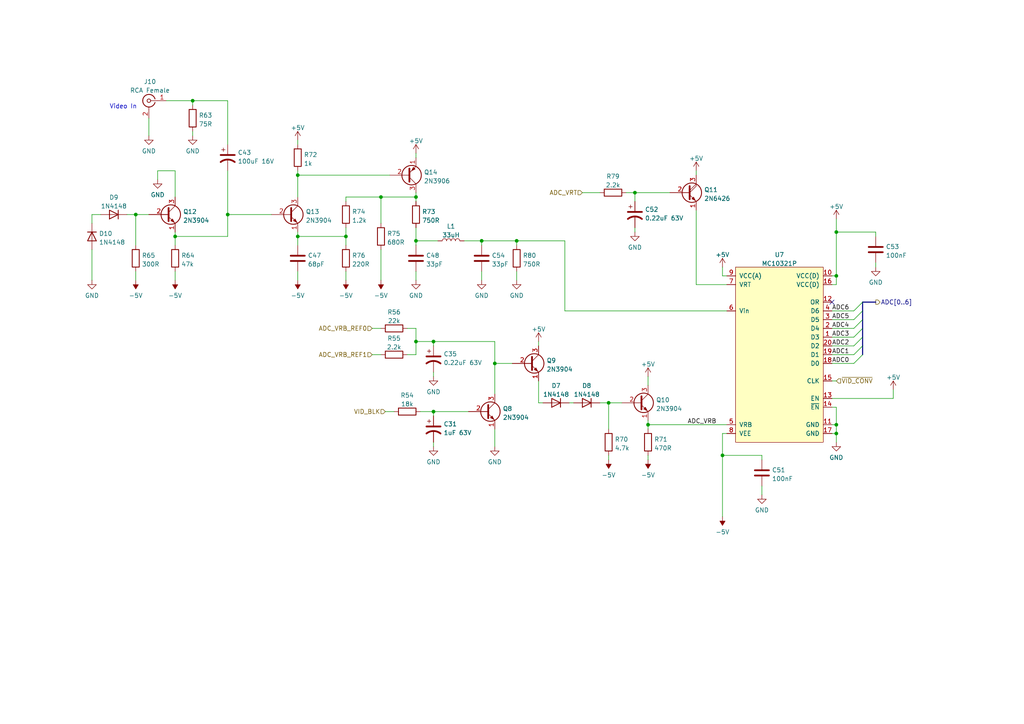
<source format=kicad_sch>
(kicad_sch (version 20211123) (generator eeschema)
  (paper "A4")
  (title_block (title "Video Input") (date "2023-07-19") (rev "4"))
  (lib_symbols
    (symbol "Connector:Conn_Coaxial" (pin_names (offset 1.016) hide) (on_board no)
      (property "Reference" "J" (at 0.254 3.048 0))
      (property "Value" "Conn_Coaxial" (at 2.921 0 90))
      (symbol "Conn_Coaxial_0_1"
        (arc (start -1.778 -0.508) (mid 0.2311 -1.8066) (end 1.778 0) (stroke (width 0.254)))
        (polyline (pts (xy -2.54 0) (xy -0.508 0)))
        (polyline (pts (xy 0 -2.54) (xy 0 -1.778)))
        (circle (center 0 0) (radius 0.508) (stroke (width 0.2032)))
        (arc (start 1.778 0) (mid 0.2099 1.8101) (end -1.778 0.508) (stroke (width 0.254)))
      )
      (symbol "Conn_Coaxial_1_1"
        (pin passive line (at -5.08 0 0) (length 2.54) (name "In") (number "1"))
        (pin passive line (at 0 -5.08 90) (length 2.54) (name "Ext") (number "2"))
      )
    )
    (symbol "Device:C" (pin_numbers hide) (pin_names (offset 0.254)) (on_board no)
      (property "Reference" "C" (at 0.635 2.54 0))
      (property "Value" "C" (at 0.635 -2.54 0))
      (symbol "C_0_1"
        (polyline (pts (xy -2.032 -0.762) (xy 2.032 -0.762)) (stroke (width 0.508)))
        (polyline (pts (xy -2.032 0.762) (xy 2.032 0.762)) (stroke (width 0.508)))
      )
      (symbol "C_1_1"
        (pin passive line (at 0 3.81 270) (length 2.794) (name "~") (number "1"))
        (pin passive line (at 0 -3.81 90) (length 2.794) (name "~") (number "2"))
      )
    )
    (symbol "Device:C_Polarized_US" (pin_numbers hide) (pin_names (offset 0.254) hide) (on_board no)
      (property "Reference" "C" (at 0.635 2.54 0))
      (property "Value" "C_Polarized_US" (at 0.635 -2.54 0))
      (symbol "C_Polarized_US_0_1"
        (polyline (pts (xy -2.032 0.762) (xy 2.032 0.762)) (stroke (width 0.508)))
        (polyline (pts (xy -1.778 2.286) (xy -0.762 2.286)))
        (polyline (pts (xy -1.27 1.778) (xy -1.27 2.794)))
        (arc (start 2.032 -1.27) (mid 0 -0.5572) (end -2.032 -1.27) (stroke (width 0.508)))
      )
      (symbol "C_Polarized_US_1_1"
        (pin passive line (at 0 3.81 270) (length 2.794) (name "~") (number "1"))
        (pin passive line (at 0 -3.81 90) (length 3.302) (name "~") (number "2"))
      )
    )
    (symbol "Device:D" (pin_numbers hide) (pin_names (offset 1.016) hide) (on_board no)
      (property "Reference" "D" (at 0 2.54 0))
      (property "Value" "D" (at 0 -2.54 0))
      (symbol "D_0_1"
        (polyline (pts (xy -1.27 1.27) (xy -1.27 -1.27)) (stroke (width 0.254)))
        (polyline (pts (xy 1.27 0) (xy -1.27 0)))
        (polyline (pts (xy 1.27 1.27) (xy 1.27 -1.27) (xy -1.27 0) (xy 1.27 1.27)) (stroke (width 0.254)))
      )
      (symbol "D_1_1"
        (pin passive line (at -3.81 0 0) (length 2.54) (name "K") (number "1"))
        (pin passive line (at 3.81 0 180) (length 2.54) (name "A") (number "2"))
      )
    )
    (symbol "Device:L" (pin_numbers hide) (pin_names (offset 1.016) hide) (on_board no)
      (property "Reference" "L" (at -1.27 0 90))
      (property "Value" "L" (at 1.905 0 90))
      (symbol "L_0_1"
        (arc (start 0 -2.54) (mid 0.635 -1.905) (end 0 -1.27))
        (arc (start 0 -1.27) (mid 0.635 -0.635) (end 0 0))
        (arc (start 0 0) (mid 0.635 0.635) (end 0 1.27))
        (arc (start 0 1.27) (mid 0.635 1.905) (end 0 2.54))
      )
      (symbol "L_1_1"
        (pin passive line (at 0 3.81 270) (length 1.27) (name "1") (number "1"))
        (pin passive line (at 0 -3.81 90) (length 1.27) (name "2") (number "2"))
      )
    )
    (symbol "Device:Q_NPN_Darlington_EBC" (pin_names (offset 0) hide) (on_board no)
      (property "Reference" "Q" (at 4.572 1.27 0))
      (property "Value" "Q_NPN_Darlington_EBC" (at 4.572 -1.27 0))
      (symbol "Q_NPN_Darlington_EBC_0_1"
        (polyline (pts (xy 0.635 0.635) (xy 2.54 2.54)))
        (polyline (pts (xy 0.635 -0.635) (xy 2.54 -2.54) (xy 2.54 -2.54)))
        (polyline (pts (xy 0.635 0) (xy 2.54 1.905) (xy 2.54 2.54)))
        (polyline (pts (xy 0.635 1.905) (xy 0.635 -1.905) (xy 0.635 -1.905)) (stroke (width 0.508)))
        (polyline (pts (xy 1.27 -1.778) (xy 1.778 -1.27) (xy 2.286 -2.286) (xy 1.27 -1.778) (xy 1.27 -1.778)) (fill (type outline)))
        (circle (center 1.27 0) (radius 2.8194) (stroke (width 0.254)))
      )
      (symbol "Q_NPN_Darlington_EBC_1_1"
        (pin passive line (at 2.54 -5.08 90) (length 2.54) (name "E") (number "1"))
        (pin passive line (at -5.08 0 0) (length 5.715) (name "B") (number "2"))
        (pin passive line (at 2.54 5.08 270) (length 2.54) (name "C") (number "3"))
      )
    )
    (symbol "Device:R" (pin_numbers hide) (pin_names (offset 0)) (on_board no)
      (property "Reference" "R" (at 2.032 0 90))
      (property "Value" "R" (at 0 0 90))
      (symbol "R_0_1"
        (rectangle (start -1.016 -2.54) (end 1.016 2.54) (stroke (width 0.254)))
      )
      (symbol "R_1_1"
        (pin passive line (at 0 3.81 270) (length 1.27) (name "~") (number "1"))
        (pin passive line (at 0 -3.81 90) (length 1.27) (name "~") (number "2"))
      )
    )
    (symbol "Transistor_BJT:2N3904" (pin_names (offset 0) hide) (on_board no)
      (property "Reference" "Q" (at 5.08 1.905 0))
      (property "Value" "2N3904" (at 5.08 0 0))
      (symbol "2N3904_0_1"
        (polyline (pts (xy 0.635 0.635) (xy 2.54 2.54)))
        (polyline (pts (xy 0.635 -0.635) (xy 2.54 -2.54) (xy 2.54 -2.54)))
        (polyline (pts (xy 0.635 1.905) (xy 0.635 -1.905) (xy 0.635 -1.905)) (stroke (width 0.508)))
        (polyline (pts (xy 1.27 -1.778) (xy 1.778 -1.27) (xy 2.286 -2.286) (xy 1.27 -1.778) (xy 1.27 -1.778)) (fill (type outline)))
        (circle (center 1.27 0) (radius 2.8194) (stroke (width 0.254)))
      )
      (symbol "2N3904_1_1"
        (pin passive line (at 2.54 -5.08 90) (length 2.54) (name "E") (number "1"))
        (pin passive line (at -5.08 0 0) (length 5.715) (name "B") (number "2"))
        (pin passive line (at 2.54 5.08 270) (length 2.54) (name "C") (number "3"))
      )
    )
    (symbol "Transistor_BJT:2N3906" (pin_names (offset 0) hide) (on_board no)
      (property "Reference" "Q" (at 5.08 1.905 0))
      (property "Value" "2N3906" (at 5.08 0 0))
      (symbol "2N3906_0_1"
        (polyline (pts (xy 0.635 0.635) (xy 2.54 2.54)))
        (polyline (pts (xy 0.635 -0.635) (xy 2.54 -2.54) (xy 2.54 -2.54)))
        (polyline (pts (xy 0.635 1.905) (xy 0.635 -1.905) (xy 0.635 -1.905)) (stroke (width 0.508)))
        (polyline (pts (xy 2.286 -1.778) (xy 1.778 -2.286) (xy 1.27 -1.27) (xy 2.286 -1.778) (xy 2.286 -1.778)) (fill (type outline)))
        (circle (center 1.27 0) (radius 2.8194) (stroke (width 0.254)))
      )
      (symbol "2N3906_1_1"
        (pin passive line (at 2.54 -5.08 90) (length 2.54) (name "E") (number "1"))
        (pin input line (at -5.08 0 0) (length 5.715) (name "B") (number "2"))
        (pin passive line (at 2.54 5.08 270) (length 2.54) (name "C") (number "3"))
      )
    )
    (symbol "Videonics Proceessor Plus:MC10321P" (pin_names (offset 1.016)) (on_board no)
      (property "Reference" "U" (at -12.7 25.4 0))
      (property "Value" "MC10321P" (at -12.7 -27.94 0))
      (symbol "MC10321P_0_1"
        (rectangle (start -12.7 25.4) (end 12.7 -25.4) (fill (type background)))
      )
      (symbol "MC10321P_1_1"
        (pin tri_state line (at 15.24 5.08 180) (length 2.54) (name "D3") (number "1"))
        (pin power_in line (at 15.24 22.86 180) (length 2.54) (name "VCC(D)") (number "10"))
        (pin power_in line (at 15.24 -20.32 180) (length 2.54) (name "GND") (number "11"))
        (pin output line (at 15.24 15.24 180) (length 2.54) (name "OR") (number "12"))
        (pin input line (at 15.24 -12.7 180) (length 2.54) (name "EN") (number "13"))
        (pin input line (at 15.24 -15.24 180) (length 2.54) (name "~{EN}") (number "14"))
        (pin input line (at 15.24 -7.62 180) (length 2.54) (name "CLK") (number "15"))
        (pin power_in line (at 15.24 20.32 180) (length 2.54) (name "VCC(D)") (number "16"))
        (pin power_in line (at 15.24 -22.86 180) (length 2.54) (name "GND") (number "17"))
        (pin tri_state line (at 15.24 -2.54 180) (length 2.54) (name "D0") (number "18"))
        (pin tri_state line (at 15.24 0 180) (length 2.54) (name "D1") (number "19"))
        (pin tri_state line (at 15.24 7.62 180) (length 2.54) (name "D4") (number "2"))
        (pin tri_state line (at 15.24 2.54 180) (length 2.54) (name "D2") (number "20"))
        (pin tri_state line (at 15.24 10.16 180) (length 2.54) (name "D5") (number "3"))
        (pin tri_state line (at 15.24 12.7 180) (length 2.54) (name "D6") (number "4"))
        (pin passive line (at -15.24 -20.32 0) (length 2.54) (name "VRB") (number "5"))
        (pin input line (at -15.24 12.7 0) (length 2.54) (name "Vin") (number "6"))
        (pin passive line (at -15.24 20.32 0) (length 2.54) (name "VRT") (number "7"))
        (pin power_in line (at -15.24 -22.86 0) (length 2.54) (name "VEE") (number "8"))
        (pin power_in line (at -15.24 22.86 0) (length 2.54) (name "VCC(A)") (number "9"))
      )
    )
    (symbol "power:+5V" (power) (pin_names (offset 0)) (on_board no)
      (property "Value" "+5V" (at 0 3.556 0))
      (symbol "+5V_0_1"
        (polyline (pts (xy -0.762 1.27) (xy 0 2.54)))
        (polyline (pts (xy 0 0) (xy 0 2.54)))
        (polyline (pts (xy 0 2.54) (xy 0.762 1.27)))
      )
      (symbol "+5V_1_1"
        (pin power_in line (at 0 0 90) (length 0) hide (name "+5V") (number "1"))
      )
    )
    (symbol "power:-5V" (power) (pin_names (offset 0)) (on_board no)
      (property "Value" "-5V" (at 0 3.81 0))
      (symbol "-5V_0_0"
        (pin power_in line (at 0 0 90) (length 0) hide (name "-5V") (number "1"))
      )
      (symbol "-5V_0_1"
        (polyline (pts (xy 0 0) (xy 0 1.27) (xy 0.762 1.27) (xy 0 2.54) (xy -0.762 1.27) (xy 0 1.27)) (fill (type outline)))
      )
    )
    (symbol "power:GND" (power) (pin_names (offset 0)) (on_board no)
      (property "Value" "GND" (at 0 -3.81 0))
      (symbol "GND_0_1"
        (polyline (pts (xy 0 0) (xy 0 -1.27) (xy 1.27 -1.27) (xy 0 -2.54) (xy -1.27 -1.27) (xy 0 -1.27)))
      )
      (symbol "GND_1_1"
        (pin power_in line (at 0 0 270) (length 0) hide (name "GND") (number "1"))
      )
    )
  )
  (junction (at 149.86 69.85))
  (junction (at 66.04 62.23))
  (junction (at 139.7 69.85))
  (junction (at 209.55 132.08))
  (junction (at 143.51 105.41))
  (junction (at 125.73 119.38))
  (junction (at 184.15 55.88))
  (junction (at 39.37 62.23))
  (junction (at 120.65 57.15))
  (junction (at 110.49 57.15))
  (junction (at 242.57 125.73))
  (junction (at 125.73 99.06))
  (junction (at 50.8 68.58))
  (junction (at 120.65 99.06))
  (junction (at 86.36 68.58))
  (junction (at 100.33 68.58))
  (junction (at 176.53 116.84))
  (junction (at 242.57 80.01))
  (junction (at 120.65 69.85))
  (junction (at 242.57 67.31))
  (junction (at 242.57 123.19))
  (junction (at 86.36 50.8))
  (junction (at 55.88 29.21))
  (junction (at 187.96 123.19))
  (no_connect (at 241.3 87.63))
  (bus_entry (at 250.19 102.87) (size -2.54 2.54))
  (bus_entry (at 250.19 87.63) (size -2.54 2.54))
  (bus_entry (at 250.19 97.79) (size -2.54 2.54))
  (bus_entry (at 250.19 100.33) (size -2.54 2.54))
  (bus_entry (at 250.19 92.71) (size -2.54 2.54))
  (bus_entry (at 250.19 95.25) (size -2.54 2.54))
  (bus_entry (at 250.19 90.17) (size -2.54 2.54))
  (wire (pts (xy 242.57 125.73) (xy 242.57 128.27)))
  (wire (pts (xy 110.49 72.39) (xy 110.49 81.28)))
  (wire (pts (xy 242.57 125.73) (xy 241.3 125.73)))
  (wire (pts (xy 100.33 66.04) (xy 100.33 68.58)))
  (wire (pts (xy 254 67.31) (xy 242.57 67.31)))
  (wire (pts (xy 125.73 99.06) (xy 120.65 99.06)))
  (wire (pts (xy 39.37 78.74) (xy 39.37 81.28)))
  (wire (pts (xy 86.36 40.64) (xy 86.36 41.91)))
  (wire (pts (xy 241.3 110.49) (xy 242.57 110.49)))
  (bus (pts (xy 250.19 97.79) (xy 250.19 95.25)))
  (bus (pts (xy 250.19 92.71) (xy 250.19 90.17)))
  (wire (pts (xy 143.51 105.41) (xy 143.51 99.06)))
  (wire (pts (xy 125.73 107.95) (xy 125.73 109.22)))
  (wire (pts (xy 143.51 124.46) (xy 143.51 129.54)))
  (wire (pts (xy 26.67 62.23) (xy 26.67 64.77)))
  (bus (pts (xy 250.19 87.63) (xy 254 87.63)))
  (wire (pts (xy 100.33 68.58) (xy 100.33 71.12)))
  (wire (pts (xy 100.33 57.15) (xy 100.33 58.42)))
  (wire (pts (xy 176.53 116.84) (xy 176.53 124.46)))
  (wire (pts (xy 163.83 90.17) (xy 163.83 69.85)))
  (wire (pts (xy 242.57 123.19) (xy 242.57 125.73)))
  (wire (pts (xy 120.65 57.15) (xy 120.65 58.42)))
  (wire (pts (xy 50.8 57.15) (xy 50.8 49.53)))
  (bus (pts (xy 250.19 100.33) (xy 250.19 97.79)))
  (wire (pts (xy 241.3 100.33) (xy 247.65 100.33)))
  (wire (pts (xy 210.82 82.55) (xy 201.93 82.55)))
  (wire (pts (xy 78.74 62.23) (xy 66.04 62.23)))
  (wire (pts (xy 86.36 57.15) (xy 86.36 50.8)))
  (wire (pts (xy 242.57 118.11) (xy 242.57 123.19)))
  (wire (pts (xy 220.98 132.08) (xy 209.55 132.08)))
  (wire (pts (xy 241.3 82.55) (xy 242.57 82.55)))
  (wire (pts (xy 187.96 123.19) (xy 187.96 124.46)))
  (wire (pts (xy 241.3 97.79) (xy 247.65 97.79)))
  (wire (pts (xy 120.65 102.87) (xy 118.11 102.87)))
  (wire (pts (xy 120.65 99.06) (xy 120.65 102.87)))
  (wire (pts (xy 55.88 29.21) (xy 55.88 30.48)))
  (wire (pts (xy 241.3 123.19) (xy 242.57 123.19)))
  (bus (pts (xy 250.19 95.25) (xy 250.19 92.71)))
  (wire (pts (xy 107.95 102.87) (xy 110.49 102.87)))
  (wire (pts (xy 176.53 116.84) (xy 180.34 116.84)))
  (wire (pts (xy 55.88 38.1) (xy 55.88 39.37)))
  (wire (pts (xy 173.99 116.84) (xy 176.53 116.84)))
  (wire (pts (xy 121.92 119.38) (xy 125.73 119.38)))
  (wire (pts (xy 201.93 49.53) (xy 201.93 50.8)))
  (wire (pts (xy 241.3 118.11) (xy 242.57 118.11)))
  (wire (pts (xy 254 68.58) (xy 254 67.31)))
  (wire (pts (xy 254 76.2) (xy 254 77.47)))
  (wire (pts (xy 242.57 67.31) (xy 242.57 80.01)))
  (wire (pts (xy 210.82 125.73) (xy 209.55 125.73)))
  (wire (pts (xy 120.65 44.45) (xy 120.65 45.72)))
  (wire (pts (xy 241.3 102.87) (xy 247.65 102.87)))
  (wire (pts (xy 241.3 115.57) (xy 259.08 115.57)))
  (wire (pts (xy 149.86 78.74) (xy 149.86 81.28)))
  (wire (pts (xy 48.26 29.21) (xy 55.88 29.21)))
  (wire (pts (xy 184.15 55.88) (xy 194.31 55.88)))
  (wire (pts (xy 176.53 132.08) (xy 176.53 133.35)))
  (wire (pts (xy 39.37 62.23) (xy 43.18 62.23)))
  (wire (pts (xy 139.7 69.85) (xy 149.86 69.85)))
  (wire (pts (xy 111.76 119.38) (xy 114.3 119.38)))
  (wire (pts (xy 86.36 68.58) (xy 100.33 68.58)))
  (wire (pts (xy 209.55 125.73) (xy 209.55 132.08)))
  (wire (pts (xy 86.36 68.58) (xy 86.36 71.12)))
  (wire (pts (xy 187.96 123.19) (xy 210.82 123.19)))
  (wire (pts (xy 241.3 95.25) (xy 247.65 95.25)))
  (wire (pts (xy 86.36 49.53) (xy 86.36 50.8)))
  (wire (pts (xy 139.7 78.74) (xy 139.7 81.28)))
  (wire (pts (xy 120.65 69.85) (xy 120.65 71.12)))
  (wire (pts (xy 29.21 62.23) (xy 26.67 62.23)))
  (wire (pts (xy 120.65 69.85) (xy 127 69.85)))
  (wire (pts (xy 50.8 49.53) (xy 45.72 49.53)))
  (wire (pts (xy 43.18 34.29) (xy 43.18 39.37)))
  (wire (pts (xy 125.73 119.38) (xy 135.89 119.38)))
  (wire (pts (xy 201.93 60.96) (xy 201.93 82.55)))
  (wire (pts (xy 107.95 95.25) (xy 110.49 95.25)))
  (wire (pts (xy 50.8 67.31) (xy 50.8 68.58)))
  (wire (pts (xy 241.3 105.41) (xy 247.65 105.41)))
  (wire (pts (xy 66.04 41.91) (xy 66.04 29.21)))
  (wire (pts (xy 86.36 78.74) (xy 86.36 81.28)))
  (wire (pts (xy 66.04 68.58) (xy 66.04 62.23)))
  (wire (pts (xy 120.65 66.04) (xy 120.65 69.85)))
  (wire (pts (xy 187.96 132.08) (xy 187.96 133.35)))
  (wire (pts (xy 125.73 128.27) (xy 125.73 129.54)))
  (wire (pts (xy 241.3 90.17) (xy 247.65 90.17)))
  (wire (pts (xy 125.73 100.33) (xy 125.73 99.06)))
  (wire (pts (xy 120.65 55.88) (xy 120.65 57.15)))
  (wire (pts (xy 86.36 67.31) (xy 86.36 68.58)))
  (wire (pts (xy 242.57 80.01) (xy 241.3 80.01)))
  (wire (pts (xy 187.96 109.22) (xy 187.96 111.76)))
  (wire (pts (xy 210.82 90.17) (xy 163.83 90.17)))
  (wire (pts (xy 220.98 140.97) (xy 220.98 143.51)))
  (wire (pts (xy 110.49 64.77) (xy 110.49 57.15)))
  (wire (pts (xy 220.98 133.35) (xy 220.98 132.08)))
  (wire (pts (xy 50.8 68.58) (xy 50.8 71.12)))
  (wire (pts (xy 118.11 95.25) (xy 120.65 95.25)))
  (bus (pts (xy 250.19 102.87) (xy 250.19 100.33)))
  (wire (pts (xy 50.8 68.58) (xy 66.04 68.58)))
  (wire (pts (xy 187.96 121.92) (xy 187.96 123.19)))
  (wire (pts (xy 209.55 132.08) (xy 209.55 149.86)))
  (bus (pts (xy 250.19 90.17) (xy 250.19 87.63)))
  (wire (pts (xy 149.86 69.85) (xy 149.86 71.12)))
  (wire (pts (xy 110.49 57.15) (xy 100.33 57.15)))
  (wire (pts (xy 45.72 49.53) (xy 45.72 52.07)))
  (wire (pts (xy 36.83 62.23) (xy 39.37 62.23)))
  (wire (pts (xy 120.65 95.25) (xy 120.65 99.06)))
  (wire (pts (xy 139.7 69.85) (xy 139.7 71.12)))
  (wire (pts (xy 184.15 55.88) (xy 184.15 58.42)))
  (wire (pts (xy 156.21 99.06) (xy 156.21 100.33)))
  (wire (pts (xy 143.51 105.41) (xy 148.59 105.41)))
  (wire (pts (xy 184.15 66.04) (xy 184.15 67.31)))
  (wire (pts (xy 168.91 55.88) (xy 173.99 55.88)))
  (wire (pts (xy 143.51 105.41) (xy 143.51 114.3)))
  (wire (pts (xy 181.61 55.88) (xy 184.15 55.88)))
  (wire (pts (xy 86.36 50.8) (xy 113.03 50.8)))
  (wire (pts (xy 50.8 78.74) (xy 50.8 81.28)))
  (wire (pts (xy 156.21 116.84) (xy 157.48 116.84)))
  (wire (pts (xy 242.57 82.55) (xy 242.57 80.01)))
  (wire (pts (xy 241.3 92.71) (xy 247.65 92.71)))
  (wire (pts (xy 209.55 80.01) (xy 210.82 80.01)))
  (wire (pts (xy 134.62 69.85) (xy 139.7 69.85)))
  (wire (pts (xy 66.04 62.23) (xy 66.04 49.53)))
  (wire (pts (xy 55.88 29.21) (xy 66.04 29.21)))
  (wire (pts (xy 125.73 119.38) (xy 125.73 120.65)))
  (wire (pts (xy 165.1 116.84) (xy 166.37 116.84)))
  (wire (pts (xy 242.57 63.5) (xy 242.57 67.31)))
  (wire (pts (xy 120.65 78.74) (xy 120.65 81.28)))
  (wire (pts (xy 156.21 110.49) (xy 156.21 116.84)))
  (wire (pts (xy 209.55 77.47) (xy 209.55 80.01)))
  (wire (pts (xy 100.33 78.74) (xy 100.33 81.28)))
  (wire (pts (xy 110.49 57.15) (xy 120.65 57.15)))
  (wire (pts (xy 39.37 71.12) (xy 39.37 62.23)))
  (wire (pts (xy 26.67 72.39) (xy 26.67 81.28)))
  (wire (pts (xy 125.73 99.06) (xy 143.51 99.06)))
  (wire (pts (xy 149.86 69.85) (xy 163.83 69.85)))
  (wire (pts (xy 259.08 115.57) (xy 259.08 113.03)))
  (text "Video In" (at 31.75 31.75 0) (effects (font (size 1.27 1.27)) (justify left bottom)))
  (label "ADC3" (at 241.3 97.79 0))
  (label "ADC1" (at 241.3 102.87 0))
  (label "ADC4" (at 241.3 95.25 0))
  (label "ADC0" (at 241.3 105.41 0))
  (label "ADC6" (at 241.3 90.17 0))
  (label "ADC_VRB" (at 199.39 123.19 0))
  (label "ADC5" (at 241.3 92.71 0))
  (label "ADC2" (at 241.3 100.33 0))
  (hierarchical_label "ADC_VRB_REF0" (shape input) (at 107.95 95.25 180))
  (hierarchical_label "ADC[0..6]" (shape output) (at 254 87.63 0))
  (hierarchical_label "ADC_VRT" (shape input) (at 168.91 55.88 180))
  (hierarchical_label "ADC_VRB_REF1" (shape input) (at 107.95 102.87 180))
  (hierarchical_label "~{VID_CONV}" (shape input) (at 242.57 110.49 0))
  (hierarchical_label "VID_BLK" (shape input) (at 111.76 119.38 180))
  (symbol (lib_id "power:+5V") (at 201.93 49.53 0) (unit 1) (on_board no)
    (property "Reference" "#PWR0215" (effects hide))
    (property "Value" "+5V" (at 201.93 45.9542 0))
  )
  (symbol (lib_id "power:GND") (at 26.67 81.28 0) (unit 1) (on_board no)
    (property "Reference" "#PWR0219" (effects hide))
    (property "Value" "GND" (at 26.67 85.7234 0))
  )
  (symbol (lib_id "power:-5V") (at 100.33 81.28 0) (mirror x) (unit 1) (on_board no)
    (property "Reference" "#PWR0201" (effects hide))
    (property "Value" "-5V" (at 100.33 85.7234 0))
  )
  (symbol (lib_id "power:+5V") (at 86.36 40.64 0) (unit 1) (on_board no)
    (property "Reference" "#PWR0211" (effects hide))
    (property "Value" "+5V" (at 86.36 37.0642 0))
  )
  (symbol (lib_id "Transistor_BJT:2N3904") (at 185.42 116.84 0) (unit 1) (on_board no)
    (property "Reference" "Q10" (at 190.2714 116.0053 0) (effects (justify left)))
    (property "Value" "2N3904" (at 190.2714 118.5422 0) (effects (justify left)))
    (property "Footprint" "Package_TO_SOT_THT:TO-92_Inline" (effects hide))
    (property "Datasheet" "https://www.onsemi.com/pub/Collateral/2N3903-D.PDF" (effects hide))
  )
  (symbol (lib_id "power:GND") (at 45.72 52.07 0) (unit 1) (on_board no)
    (property "Reference" "#PWR0209" (effects hide))
    (property "Value" "GND" (at 45.72 56.5134 0))
  )
  (symbol (lib_id "power:-5V") (at 209.55 149.86 180) (unit 1) (on_board no)
    (property "Reference" "#PWR0205" (effects hide))
    (property "Value" "-5V" (at 209.55 154.3034 0))
  )
  (symbol (lib_id "power:+5V") (at 209.55 77.47 0) (unit 1) (on_board no)
    (property "Reference" "#PWR0214" (effects hide))
    (property "Value" "+5V" (at 209.55 73.8942 0))
  )
  (symbol (lib_id "Device:R") (at 39.37 74.93 0) (unit 1) (on_board no)
    (property "Reference" "R65" (at 41.148 74.0953 0) (effects (justify left)))
    (property "Value" "300R" (at 41.148 76.6322 0) (effects (justify left)))
  )
  (symbol (lib_id "Device:C") (at 254 72.39 0) (unit 1) (on_board no)
    (property "Reference" "C53" (at 256.921 71.5553 0) (effects (justify left)))
    (property "Value" "100nF" (at 256.921 74.0922 0) (effects (justify left)))
  )
  (symbol (lib_id "power:-5V") (at 50.8 81.28 180) (unit 1) (on_board no)
    (property "Reference" "#PWR0220" (effects hide))
    (property "Value" "-5V" (at 50.8 85.7234 0))
  )
  (symbol (lib_id "Transistor_BJT:2N3904") (at 83.82 62.23 0) (unit 1) (on_board no)
    (property "Reference" "Q13" (at 88.6714 61.3953 0) (effects (justify left)))
    (property "Value" "2N3904" (at 88.6714 63.9322 0) (effects (justify left)))
    (property "Footprint" "Package_TO_SOT_THT:TO-92_Inline" (effects hide))
    (property "Datasheet" "https://www.onsemi.com/pub/Collateral/2N3903-D.PDF" (effects hide))
  )
  (symbol (lib_id "Device:D") (at 33.02 62.23 180) (unit 1) (on_board no)
    (property "Reference" "D9" (at 33.02 57.2602 0))
    (property "Value" "1N4148" (at 33.02 59.7971 0))
  )
  (symbol (lib_id "Device:D") (at 161.29 116.84 180) (unit 1) (on_board no)
    (property "Reference" "D7" (at 161.29 111.8702 0))
    (property "Value" "1N4148" (at 161.29 114.4071 0))
  )
  (symbol (lib_id "power:GND") (at 43.18 39.37 0) (unit 1) (on_board no)
    (property "Reference" "#PWR0218" (effects hide))
    (property "Value" "GND" (at 43.18 43.8134 0))
  )
  (symbol (lib_id "power:GND") (at 125.73 129.54 0) (unit 1) (on_board no)
    (property "Reference" "#PWR0216" (effects hide))
    (property "Value" "GND" (at 125.73 133.9834 0))
  )
  (symbol (lib_id "power:GND") (at 55.88 39.37 0) (unit 1) (on_board no)
    (property "Reference" "#PWR0210" (effects hide))
    (property "Value" "GND" (at 55.88 43.8134 0))
  )
  (symbol (lib_id "Device:R") (at 120.65 62.23 0) (unit 1) (on_board no)
    (property "Reference" "R73" (at 122.428 61.3953 0) (effects (justify left)))
    (property "Value" "750R" (at 122.428 63.9322 0) (effects (justify left)))
  )
  (symbol (lib_id "Device:C_Polarized_US") (at 184.15 62.23 0) (unit 1) (on_board no)
    (property "Reference" "C52" (at 187.071 60.7603 0) (effects (justify left)))
    (property "Value" "0.22uF 63V" (at 187.071 63.2972 0) (effects (justify left)))
  )
  (symbol (lib_id "Device:R") (at 118.11 119.38 270) (unit 1) (on_board no)
    (property "Reference" "R54" (at 118.11 114.6642 90))
    (property "Value" "18k" (at 118.11 117.2011 90))
  )
  (symbol (lib_id "Device:C_Polarized_US") (at 125.73 104.14 0) (unit 1) (on_board no)
    (property "Reference" "C35" (at 128.651 102.6703 0) (effects (justify left)))
    (property "Value" "0.22uF 63V" (at 128.651 105.2072 0) (effects (justify left)))
  )
  (symbol (lib_id "power:-5V") (at 187.96 133.35 180) (unit 1) (on_board no)
    (property "Reference" "#PWR0194" (effects hide))
    (property "Value" "-5V" (at 187.96 137.7934 0))
  )
  (symbol (lib_id "Device:C") (at 120.65 74.93 0) (unit 1) (on_board no)
    (property "Reference" "C48" (at 123.571 74.0953 0) (effects (justify left)))
    (property "Value" "33pF" (at 123.571 76.6322 0) (effects (justify left)))
  )
  (symbol (lib_id "Device:D") (at 26.67 68.58 270) (unit 1) (on_board no)
    (property "Reference" "D10" (at 28.702 67.7453 90) (effects (justify left)))
    (property "Value" "1N4148" (at 28.702 70.2822 90) (effects (justify left)))
  )
  (symbol (lib_id "Transistor_BJT:2N3906") (at 118.11 50.8 0) (mirror x) (unit 1) (on_board no)
    (property "Reference" "Q14" (at 122.9614 49.9653 0) (effects (justify left)))
    (property "Value" "2N3906" (at 122.9614 52.5022 0) (effects (justify left)))
    (property "Footprint" "Package_TO_SOT_THT:TO-92_Inline" (effects hide))
    (property "Datasheet" "https://www.onsemi.com/pub/Collateral/2N3906-D.PDF" (effects hide))
  )
  (symbol (lib_id "power:GND") (at 184.15 67.31 0) (unit 1) (on_board no)
    (property "Reference" "#PWR0196" (effects hide))
    (property "Value" "GND" (at 184.15 71.7534 0))
  )
  (symbol (lib_id "power:+5V") (at 156.21 99.06 0) (unit 1) (on_board no)
    (property "Reference" "#PWR0198" (effects hide))
    (property "Value" "+5V" (at 156.21 95.4842 0))
  )
  (symbol (lib_id "Connector:Conn_Coaxial") (at 43.18 29.21 0) (mirror y) (unit 1) (on_board no)
    (property "Reference" "J10" (at 43.4974 23.6836 0))
    (property "Value" "RCA Female" (at 43.4974 26.2205 0))
    (property "Datasheet" " ~" (effects hide))
  )
  (symbol (lib_id "Device:C") (at 86.36 74.93 0) (unit 1) (on_board no)
    (property "Reference" "C47" (at 89.281 74.0953 0) (effects (justify left)))
    (property "Value" "68pF" (at 89.281 76.6322 0) (effects (justify left)))
  )
  (symbol (lib_id "Device:R") (at 114.3 95.25 90) (unit 1) (on_board no)
    (property "Reference" "R56" (at 114.3 90.5342 90))
    (property "Value" "22k" (at 114.3 93.0711 90))
  )
  (symbol (lib_id "Device:R") (at 100.33 74.93 0) (unit 1) (on_board no)
    (property "Reference" "R76" (at 102.108 74.0953 0) (effects (justify left)))
    (property "Value" "220R" (at 102.108 76.6322 0) (effects (justify left)))
  )
  (symbol (lib_id "Device:R") (at 86.36 45.72 0) (unit 1) (on_board no)
    (property "Reference" "R72" (at 88.138 44.8853 0) (effects (justify left)))
    (property "Value" "1k" (at 88.138 47.4222 0) (effects (justify left)))
  )
  (symbol (lib_id "Device:C") (at 220.98 137.16 0) (unit 1) (on_board no)
    (property "Reference" "C51" (at 223.901 136.3253 0) (effects (justify left)))
    (property "Value" "100nF" (at 223.901 138.8622 0) (effects (justify left)))
  )
  (symbol (lib_id "power:GND") (at 254 77.47 0) (unit 1) (on_board no)
    (property "Reference" "#PWR0212" (effects hide))
    (property "Value" "GND" (at 254 81.9134 0))
  )
  (symbol (lib_id "Transistor_BJT:2N3904") (at 48.26 62.23 0) (unit 1) (on_board no)
    (property "Reference" "Q12" (at 53.1114 61.3953 0) (effects (justify left)))
    (property "Value" "2N3904" (at 53.1114 63.9322 0) (effects (justify left)))
    (property "Footprint" "Package_TO_SOT_THT:TO-92_Inline" (effects hide))
    (property "Datasheet" "https://www.onsemi.com/pub/Collateral/2N3903-D.PDF" (effects hide))
  )
  (symbol (lib_id "power:GND") (at 120.65 81.28 0) (unit 1) (on_board no)
    (property "Reference" "#PWR0203" (effects hide))
    (property "Value" "GND" (at 120.65 85.7234 0))
  )
  (symbol (lib_id "Device:C_Polarized_US") (at 125.73 124.46 0) (unit 1) (on_board no)
    (property "Reference" "C31" (at 128.651 122.9903 0) (effects (justify left)))
    (property "Value" "1uF 63V" (at 128.651 125.5272 0) (effects (justify left)))
  )
  (symbol (lib_id "Device:R") (at 187.96 128.27 0) (unit 1) (on_board no)
    (property "Reference" "R71" (at 189.738 127.4353 0) (effects (justify left)))
    (property "Value" "470R" (at 189.738 129.9722 0) (effects (justify left)))
  )
  (symbol (lib_id "Transistor_BJT:2N3904") (at 153.67 105.41 0) (unit 1) (on_board no)
    (property "Reference" "Q9" (at 158.5214 104.5753 0) (effects (justify left)))
    (property "Value" "2N3904" (at 158.5214 107.1122 0) (effects (justify left)))
    (property "Footprint" "Package_TO_SOT_THT:TO-92_Inline" (effects hide))
    (property "Datasheet" "https://www.onsemi.com/pub/Collateral/2N3903-D.PDF" (effects hide))
  )
  (symbol (lib_id "Device:R") (at 55.88 34.29 0) (unit 1) (on_board no)
    (property "Reference" "R63" (at 57.658 33.4553 0) (effects (justify left)))
    (property "Value" "75R" (at 57.658 35.9922 0) (effects (justify left)))
  )
  (symbol (lib_id "power:-5V") (at 110.49 81.28 0) (mirror x) (unit 1) (on_board no)
    (property "Reference" "#PWR0204" (effects hide))
    (property "Value" "-5V" (at 110.49 85.7234 0))
  )
  (symbol (lib_id "Device:R") (at 100.33 62.23 180) (unit 1) (on_board no)
    (property "Reference" "R74" (at 102.108 61.3953 0) (effects (justify right)))
    (property "Value" "1.2k" (at 102.108 63.9322 0) (effects (justify right)))
  )
  (symbol (lib_id "Device:R") (at 114.3 102.87 90) (unit 1) (on_board no)
    (property "Reference" "R55" (at 114.3 98.1542 90))
    (property "Value" "2.2k" (at 114.3 100.6911 90))
  )
  (symbol (lib_id "power:GND") (at 139.7 81.28 0) (unit 1) (on_board no)
    (property "Reference" "#PWR0192" (effects hide))
    (property "Value" "GND" (at 139.7 85.7234 0))
  )
  (symbol (lib_id "power:GND") (at 220.98 143.51 0) (unit 1) (on_board no)
    (property "Reference" "#PWR0206" (effects hide))
    (property "Value" "GND" (at 220.98 147.9534 0))
  )
  (symbol (lib_id "power:-5V") (at 39.37 81.28 0) (mirror x) (unit 1) (on_board no)
    (property "Reference" "#PWR0221" (effects hide))
    (property "Value" "-5V" (at 39.37 85.7234 0))
  )
  (symbol (lib_id "power:+5V") (at 259.08 113.03 0) (unit 1) (on_board no)
    (property "Reference" "#PWR0207" (effects hide))
    (property "Value" "+5V" (at 259.08 109.4542 0))
  )
  (symbol (lib_id "power:+5V") (at 187.96 109.22 0) (unit 1) (on_board no)
    (property "Reference" "#PWR0199" (effects hide))
    (property "Value" "+5V" (at 187.96 105.6442 0))
  )
  (symbol (lib_id "power:+5V") (at 120.65 44.45 0) (unit 1) (on_board no)
    (property "Reference" "#PWR0200" (effects hide))
    (property "Value" "+5V" (at 120.65 40.8742 0))
  )
  (symbol (lib_id "Device:R") (at 149.86 74.93 0) (unit 1) (on_board no)
    (property "Reference" "R80" (at 151.638 74.0953 0) (effects (justify left)))
    (property "Value" "750R" (at 151.638 76.6322 0) (effects (justify left)))
  )
  (symbol (lib_id "power:GND") (at 143.51 129.54 0) (unit 1) (on_board no)
    (property "Reference" "#PWR0193" (effects hide))
    (property "Value" "GND" (at 143.51 133.9834 0))
  )
  (symbol (lib_id "Device:C_Polarized_US") (at 66.04 45.72 0) (unit 1) (on_board no)
    (property "Reference" "C43" (at 68.961 44.2503 0) (effects (justify left)))
    (property "Value" "100uF 16V" (at 68.961 46.7872 0) (effects (justify left)))
  )
  (symbol (lib_id "power:+5V") (at 242.57 63.5 0) (unit 1) (on_board no)
    (property "Reference" "#PWR0213" (effects hide))
    (property "Value" "+5V" (at 242.57 59.9242 0))
  )
  (symbol (lib_id "Device:Q_NPN_Darlington_EBC") (at 199.39 55.88 0) (unit 1) (on_board no)
    (property "Reference" "Q11" (at 204.2414 55.0453 0) (effects (justify left)))
    (property "Value" "2N6426" (at 204.2414 57.5822 0) (effects (justify left)))
  )
  (symbol (lib_id "Device:C") (at 139.7 74.93 0) (unit 1) (on_board no)
    (property "Reference" "C54" (at 142.621 74.0953 0) (effects (justify left)))
    (property "Value" "33pF" (at 142.621 76.6322 0) (effects (justify left)))
  )
  (symbol (lib_id "Device:D") (at 170.18 116.84 180) (unit 1) (on_board no)
    (property "Reference" "D8" (at 170.18 111.8702 0))
    (property "Value" "1N4148" (at 170.18 114.4071 0))
  )
  (symbol (lib_id "power:GND") (at 149.86 81.28 0) (unit 1) (on_board no)
    (property "Reference" "#PWR0197" (effects hide))
    (property "Value" "GND" (at 149.86 85.7234 0))
  )
  (symbol (lib_id "Device:R") (at 50.8 74.93 0) (unit 1) (on_board no)
    (property "Reference" "R64" (at 52.578 74.0953 0) (effects (justify left)))
    (property "Value" "47k" (at 52.578 76.6322 0) (effects (justify left)))
  )
  (symbol (lib_id "Device:R") (at 110.49 68.58 0) (unit 1) (on_board no)
    (property "Reference" "R75" (at 112.268 67.7453 0) (effects (justify left)))
    (property "Value" "680R" (at 112.268 70.2822 0) (effects (justify left)))
  )
  (symbol (lib_id "Device:L") (at 130.81 69.85 90) (unit 1) (on_board no)
    (property "Reference" "L1" (at 130.81 65.6422 90))
    (property "Value" "33uH" (at 130.81 68.1791 90))
  )
  (symbol (lib_id "Device:R") (at 176.53 128.27 0) (unit 1) (on_board no)
    (property "Reference" "R70" (at 178.308 127.4353 0) (effects (justify left)))
    (property "Value" "4.7k" (at 178.308 129.9722 0) (effects (justify left)))
  )
  (symbol (lib_id "Videonics Proceessor Plus:MC10321P") (at 226.06 102.87 0) (unit 1) (on_board no)
    (property "Reference" "U7" (at 226.06 73.8972 0))
    (property "Value" "MC10321P" (at 226.06 76.4341 0))
  )
  (symbol (lib_id "power:-5V") (at 176.53 133.35 180) (unit 1) (on_board no)
    (property "Reference" "#PWR0195" (effects hide))
    (property "Value" "-5V" (at 176.53 137.7934 0))
  )
  (symbol (lib_id "power:GND") (at 242.57 128.27 0) (unit 1) (on_board no)
    (property "Reference" "#PWR0208" (effects hide))
    (property "Value" "GND" (at 242.57 132.7134 0))
  )
  (symbol (lib_id "power:-5V") (at 86.36 81.28 180) (unit 1) (on_board no)
    (property "Reference" "#PWR0202" (effects hide))
    (property "Value" "-5V" (at 86.36 85.7234 0))
  )
  (symbol (lib_id "Transistor_BJT:2N3904") (at 140.97 119.38 0) (unit 1) (on_board no)
    (property "Reference" "Q8" (at 145.8214 118.5453 0) (effects (justify left)))
    (property "Value" "2N3904" (at 145.8214 121.0822 0) (effects (justify left)))
    (property "Footprint" "Package_TO_SOT_THT:TO-92_Inline" (effects hide))
    (property "Datasheet" "https://www.onsemi.com/pub/Collateral/2N3903-D.PDF" (effects hide))
  )
  (symbol (lib_id "power:GND") (at 125.73 109.22 0) (unit 1) (on_board no)
    (property "Reference" "#PWR0217" (effects hide))
    (property "Value" "GND" (at 125.73 113.6634 0))
  )
  (symbol (lib_id "Device:R") (at 177.8 55.88 90) (unit 1) (on_board no)
    (property "Reference" "R79" (at 177.8 51.1642 90))
    (property "Value" "2.2k" (at 177.8 53.7011 90))
  )
)
</source>
